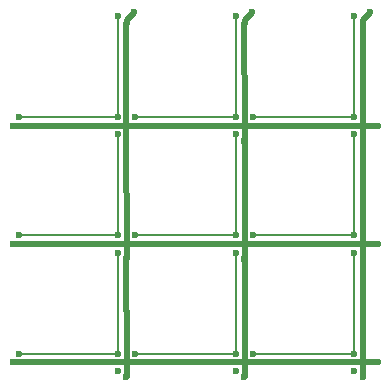
<source format=gbl>
%TF.GenerationSoftware,KiCad,Pcbnew,8.0.8*%
%TF.CreationDate,2025-02-10T21:52:26+00:00*%
%TF.ProjectId,ec30_4x4_jacplane_0.1,65633330-5f34-4783-945f-6a6163706c61,v0.1*%
%TF.SameCoordinates,PX8b3c880PY623a7c0*%
%TF.FileFunction,Copper,L4,Bot*%
%TF.FilePolarity,Positive*%
%FSLAX46Y46*%
G04 Gerber Fmt 4.6, Leading zero omitted, Abs format (unit mm)*
G04 Created by KiCad (PCBNEW 8.0.8) date 2025-02-10 21:52:26*
%MOMM*%
%LPD*%
G01*
G04 APERTURE LIST*
%TA.AperFunction,ViaPad*%
%ADD10C,0.600000*%
%TD*%
%TA.AperFunction,Conductor*%
%ADD11C,0.500000*%
%TD*%
%TA.AperFunction,Conductor*%
%ADD12C,0.200000*%
%TD*%
G04 APERTURE END LIST*
D10*
%TO.N,JD_PWR*%
X-7600000Y-11131130D03*
X1131120Y-12399980D03*
X-8868890Y7600020D03*
X12400000Y8868870D03*
X-8868890Y-12399980D03*
X11131120Y-2399980D03*
X11131120Y7600020D03*
X1766390Y18500010D03*
X-18481360Y-11131130D03*
X-17471360Y8868870D03*
X1150000Y17592080D03*
X-8868890Y-2408600D03*
X2400000Y-11131130D03*
X-8233610Y18500010D03*
X-8868890Y10300000D03*
X12400000Y-1131130D03*
X12400000Y-11131130D03*
X1131120Y-2399980D03*
X-17471360Y-1131130D03*
X11131120Y-12399980D03*
X-17471360Y-11131130D03*
X-18481360Y-1131130D03*
X2400000Y8868870D03*
X2400000Y-1131130D03*
X-10300000Y8900000D03*
X-7600000Y8868870D03*
X-8850000Y17592080D03*
X-18481360Y8868870D03*
X-7600000Y-1131130D03*
X11766390Y18500010D03*
X1131120Y7600020D03*
X11150000Y17592080D03*
%TO.N,JD_DATA*%
X1854190Y-400000D03*
X-9600000Y-400000D03*
X-17976360Y-400000D03*
X-9600000Y-1854200D03*
X-8145810Y9600000D03*
X-8145810Y-400000D03*
X400000Y-400000D03*
X-8145810Y-10400000D03*
X400000Y8145800D03*
X10400000Y9600000D03*
X10400000Y18211290D03*
X400000Y-10400000D03*
X1854190Y9600000D03*
X-9600000Y-10400000D03*
X10400000Y-11854200D03*
X-17976360Y9600000D03*
X-17976360Y-10400000D03*
X10400000Y-400000D03*
X400000Y9600000D03*
X400000Y-11854200D03*
X-9600000Y8145800D03*
X1854190Y-10400000D03*
X10400000Y-10400000D03*
X400000Y18211290D03*
X-9600000Y9600000D03*
X-9600000Y-11854200D03*
X10400000Y-1854200D03*
X400000Y-1854200D03*
X-9600000Y18211290D03*
X10400000Y8145800D03*
%TD*%
D11*
%TO.N,JD_PWR*%
X-8866450Y8865670D02*
X-8865210Y7600020D01*
X-8868890Y-2408600D02*
X-8856650Y-2396370D01*
X-8830870Y17875690D02*
X-8233610Y18472950D01*
X-17449750Y8884430D02*
X-10315560Y8884430D01*
X-8830870Y17611210D02*
X-8830870Y17875690D01*
X-8866450Y8865670D02*
X-7600000Y8866090D01*
X1133550Y-11131020D02*
X1134790Y-12399980D01*
X-7600000Y8866090D02*
X1133550Y8868980D01*
X11125010Y17592050D02*
X11133550Y8872290D01*
X-10280870Y8880860D02*
X-9588740Y8880860D01*
X-8868890Y-6773990D02*
X-8868890Y-2408600D01*
X-8865210Y7600020D02*
X-8856650Y-1134350D01*
X-10300000Y8900000D02*
X-10280870Y8880860D01*
X1134790Y7600020D02*
X1143350Y-1134350D01*
X11169130Y17875690D02*
X11766390Y18472950D01*
X11133550Y8872290D02*
X12400000Y8872710D01*
X2400000Y8869400D02*
X11133550Y8872290D01*
X-8868890Y10300000D02*
X-8866450Y10297560D01*
X2400000Y-11130600D02*
X11133550Y-11127710D01*
X11133550Y8872290D02*
X11134790Y7600020D01*
X11133550Y-1127710D02*
X12400000Y-1127290D01*
X1133550Y-11131020D02*
X2400000Y-11130600D01*
X-17592030Y-1137220D02*
X-8866450Y-1134330D01*
X-8866450Y17575630D02*
X-8859440Y17568620D01*
X11133550Y-11127710D02*
X11134790Y-12399980D01*
X1150000Y17592080D02*
X1169130Y17611210D01*
X2400000Y-1130600D02*
X11133550Y-1127710D01*
X-8856650Y-2396370D02*
X-8856650Y-1134350D01*
X-8859440Y10309440D02*
X-8859440Y17568620D01*
X-9588740Y8880860D02*
X-9573550Y8865670D01*
X1766390Y18472950D02*
X1766390Y18500010D01*
X-8866450Y-11134330D02*
X-7600000Y-11133910D01*
X-7600000Y-11133910D02*
X1133550Y-11131020D01*
X-8233610Y18472950D02*
X-8233610Y18500010D01*
X1144590Y-2399980D02*
X1153140Y-11134340D01*
X1133550Y8868980D02*
X2400000Y8869400D01*
X-8850000Y17592080D02*
X-8830870Y17611210D01*
X11766390Y18472950D02*
X11766390Y18500010D01*
X11133550Y-11127710D02*
X12400000Y-11127290D01*
X1133550Y8868980D02*
X1134790Y7600020D01*
X11150000Y17592080D02*
X11169130Y17611210D01*
X-18481360Y-1131130D02*
X-17471360Y-1131130D01*
X-7600000Y-1133910D02*
X1133550Y-1131020D01*
X1169130Y17875690D02*
X1766390Y18472950D01*
X1169130Y17611210D02*
X1169130Y17875690D01*
X-8846860Y-11134340D02*
X-8846860Y-6796020D01*
X11169130Y17611210D02*
X11169130Y17875690D01*
X11144590Y-2399980D02*
X11153140Y-11134340D01*
X-8868890Y10300000D02*
X-8859440Y10309440D01*
X-18481360Y-11131130D02*
X-17471360Y-11131130D01*
X1125010Y17592050D02*
X1133550Y8868980D01*
X1133550Y-1131020D02*
X2400000Y-1130600D01*
X-8866450Y-1134330D02*
X-7600000Y-1133910D01*
X-8866450Y8865670D02*
X-8866450Y10297560D01*
X1133550Y-1131020D02*
X1134790Y-2399980D01*
X-9573550Y8865670D02*
X-8866450Y8865670D01*
X-18481360Y8868870D02*
X-17471360Y8868870D01*
X-8846860Y-11134340D02*
X-8845620Y-12399960D01*
X-17471350Y8862830D02*
X-17449750Y8884430D01*
X-10315560Y8884430D02*
X-10300000Y8900000D01*
X-8868890Y-6773990D02*
X-8846860Y-6796020D01*
X-17592030Y-11137220D02*
X-8866450Y-11134330D01*
X11133550Y-1127710D02*
X11134790Y-2399980D01*
X11134790Y7600020D02*
X11143350Y-1134350D01*
D12*
%TO.N,JD_DATA*%
X1854190Y9600000D02*
X10400000Y9600000D01*
X400000Y-400000D02*
X400000Y8145800D01*
X-17976360Y9600000D02*
X-9600000Y9600000D01*
X-9600000Y-10400000D02*
X-9600000Y-1854200D01*
X400000Y-10400000D02*
X400000Y-1854200D01*
X-8145810Y-10400000D02*
X400000Y-10400000D01*
X-17976360Y-400000D02*
X-9600000Y-400000D01*
X10400000Y-400000D02*
X10400000Y8145800D01*
X-17976360Y-10400000D02*
X-9600000Y-10400000D01*
X400000Y9600000D02*
X400000Y18211290D01*
X1854190Y-400000D02*
X10400000Y-400000D01*
X-9600000Y-400000D02*
X-9600000Y8145800D01*
X-8145810Y9600000D02*
X400000Y9600000D01*
X-9600000Y9600000D02*
X-9600000Y18211290D01*
X10400000Y9600000D02*
X10400000Y18211290D01*
X1854190Y-10400000D02*
X10400000Y-10400000D01*
X-8145810Y-400000D02*
X400000Y-400000D01*
X10400000Y-10400000D02*
X10400000Y-1854200D01*
%TD*%
M02*

</source>
